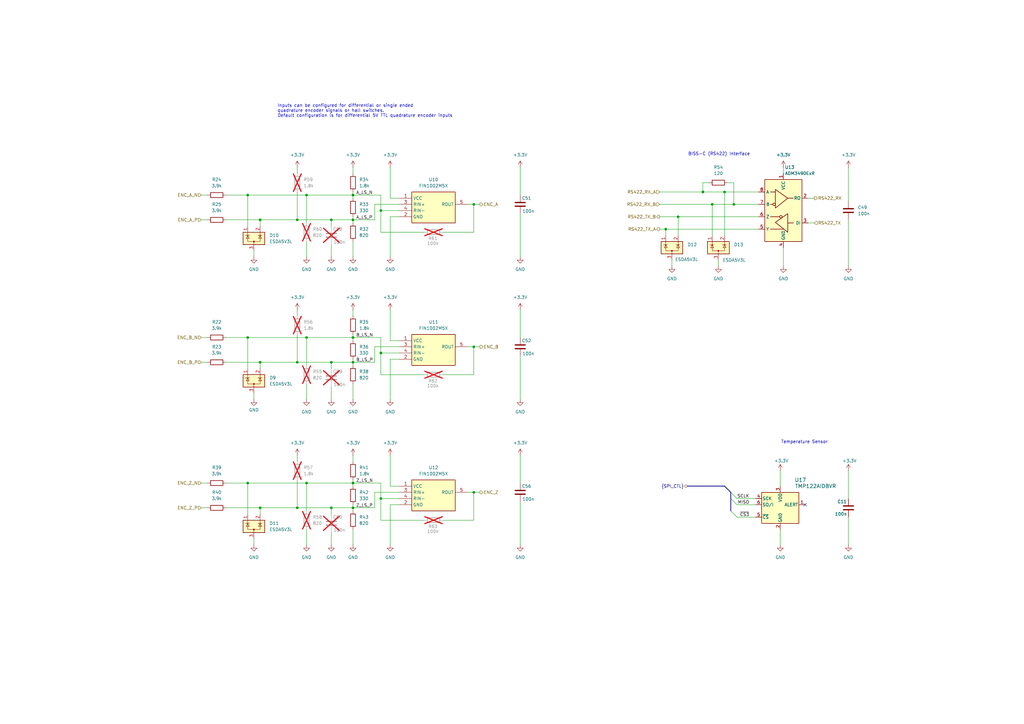
<source format=kicad_sch>
(kicad_sch (version 20250114) (generator "eeschema") (generator_version "9.0")
  (paper "A3")
  (title_block (title "ECMD7 Sensor Inputs") (date "2025-11-12") (rev "1.0"))
  (lib_symbols
    (symbol "Device:C" (pin_numbers (hide yes)) (pin_names (offset 0.254))
      (property "Reference" "C" (at 0.635 2.54 0))
      (property "Value" "C" (at 0.635 -2.54 0))
      (symbol "C_0_1"
        (polyline (pts (xy -2.032 0.762) (xy 2.032 0.762)) (stroke (width 0.508)))
        (polyline (pts (xy -2.032 -0.762) (xy 2.032 -0.762)) (stroke (width 0.508)))
      )
      (symbol "C_1_1"
        (pin passive line (at 0 3.81 270) (length 2.794) (name "~") (number "1"))
        (pin passive line (at 0 -3.81 90) (length 2.794) (name "~") (number "2"))
      )
    )
    (symbol "Device:R" (pin_numbers (hide yes)) (pin_names (offset 0))
      (property "Reference" "R" (at 2.032 0 90))
      (property "Value" "R" (at 0 0 90))
      (symbol "R_0_1"
        (rectangle (start -1.016 -2.54) (end 1.016 2.54) (stroke (width 0.254)))
      )
      (symbol "R_1_1"
        (pin passive line (at 0 3.81 270) (length 1.27) (name "~") (number "1"))
        (pin passive line (at 0 -3.81 90) (length 1.27) (name "~") (number "2"))
      )
    )
    (symbol "Interface_UART:ADM3490ExR"
      (property "Reference" "U" (at -7.62 13.97 0))
      (property "Value" "ADM3490ExR" (at 7.62 13.97 0))
      (symbol "ADM3490ExR_0_1"
        (rectangle (start -7.62 12.7) (end 7.62 -12.7) (stroke (width 0.254)) (fill (type background)))
        (polyline (pts (xy -1.778 5.08) (xy -4.064 5.08)) (stroke (width 0.254)))
        (polyline (pts (xy -1.778 -5.08) (xy -4.064 -5.08)) (stroke (width 0.254)))
        (polyline (pts (xy -1.778 -5.08) (xy -1.778 -1.27) (xy 3.302 -4.826) (xy -1.778 -8.89) (xy -1.778 -5.08)) (stroke (width 0.254)))
        (polyline (pts (xy 0 -7.62) (xy 5.334 -7.62)) (stroke (width 0.254)))
        (circle (center 1.016 -2.54) (radius 0.508) (stroke (width 0.254)))
        (polyline (pts (xy 1.524 -2.54) (xy 5.334 -2.54)) (stroke (width 0.254)))
        (polyline (pts (xy 3.302 7.62) (xy 5.334 7.62)) (stroke (width 0.254)))
        (polyline (pts (xy 4.318 2.54) (xy 5.334 2.54)) (stroke (width 0.254)))
      )
      (symbol "ADM3490ExR_1_1"
        (polyline (pts (xy 3.302 4.826) (xy 3.302 8.636) (xy -1.778 5.08) (xy 3.302 1.016) (xy 3.302 4.826)) (stroke (width 0.254)))
        (circle (center 3.81 2.54) (radius 0.508) (stroke (width 0.254)))
        (pin output line (at -10.16 5.08 0) (length 2.54) (name "RO") (number "2"))
        (pin input line (at -10.16 -5.08 0) (length 2.54) (name "DI") (number "3"))
        (pin power_in line (at 0 15.24 270) (length 2.54) (name "VCC") (number "1"))
        (pin power_in line (at 0 -15.24 90) (length 2.54) (name "GND") (number "4"))
        (pin input line (at 10.16 7.62 180) (length 2.54) (name "A") (number "8"))
        (pin input line (at 10.16 2.54 180) (length 2.54) (name "B") (number "7"))
        (pin output line (at 10.16 -2.54 180) (length 2.54) (name "Z") (number "6"))
        (pin output line (at 10.16 -7.62 180) (length 2.54) (name "Y") (number "5"))
      )
    )
    (symbol "Power_Protection:ESDA5V3L" (pin_names (hide yes))
      (property "Reference" "D" (at 5.715 2.54 0))
      (property "Value" "ESDA5V3L" (at 5.715 0.635 0))
      (symbol "ESDA5V3L_0_0"
        (pin passive line (at 0 -5.08 90) (length 2.54) (name "A") (number "3"))
      )
      (symbol "ESDA5V3L_0_1"
        (rectangle (start -4.445 2.54) (end 4.445 -2.54) (stroke (width 0.254)) (fill (type background)))
        (polyline (pts (xy -3.302 1.016) (xy -3.302 1.27) (xy -1.905 1.27) (xy -1.778 1.27)))
        (polyline (pts (xy -2.54 2.54) (xy -2.54 1.27)))
        (polyline (pts (xy -2.54 1.27) (xy -2.54 -1.27) (xy 2.54 -1.27) (xy 2.54 1.27)))
        (polyline (pts (xy -2.54 1.27) (xy -1.905 0) (xy -3.175 0) (xy -2.54 1.27)))
        (polyline (pts (xy 0 -1.27) (xy 0 -2.54)))
        (circle (center 0 -1.27) (radius 0.254) (fill (type outline)))
        (polyline (pts (xy 1.778 1.016) (xy 1.778 1.27) (xy 3.175 1.27) (xy 3.302 1.27)))
        (polyline (pts (xy 2.54 2.54) (xy 2.54 1.27)))
        (polyline (pts (xy 2.54 1.27) (xy 1.905 0) (xy 3.175 0) (xy 2.54 1.27)))
      )
      (symbol "ESDA5V3L_1_1"
        (pin passive line (at -2.54 5.08 270) (length 2.54) (name "K") (number "1"))
        (pin passive line (at 2.54 5.08 270) (length 2.54) (name "K") (number "2"))
      )
    )
    (symbol "SSTA:FIN1002M5X"
      (property "Reference" "U" (at 4.826 4.318 0))
      (property "Value" "FIN1002M5X" (at 5.08 -10.922 0))
      (symbol "FIN1002M5X_1_1"
        (rectangle (start 5.08 2.54) (end 22.86 -10.16) (stroke (width 0.254)) (fill (type background)))
        (pin passive line (at 0 0 0) (length 5.08) (name "VCC") (number "1"))
        (pin passive line (at 0 -2.54 0) (length 5.08) (name "RIN+") (number "3"))
        (pin passive line (at 0 -5.08 0) (length 5.08) (name "RIN-") (number "4"))
        (pin passive line (at 0 -7.62 0) (length 5.08) (name "GND") (number "2"))
        (pin passive line (at 27.94 -2.54 180) (length 5.08) (name "ROUT") (number "5"))
      )
    )
    (symbol "SSTA:TMP122AIDBVR" (pin_names (offset 0.254))
      (property "Reference" "U" (at 12.192 6.604 0))
      (property "Value" "TMP122AIDBVR" (at 12.192 4.318 0))
      (symbol "TMP122AIDBVR_0_1"
        (pin unspecified line (at 0 0 0) (length 2.54) (name "SCK") (number "4"))
        (pin unspecified line (at 0 -2.54 0) (length 2.54) (name "SO/I") (number "6"))
        (pin power_in line (at 10.16 -12.7 90) (length 2.54) (name "GND") (number "2"))
        (pin unspecified line (at 20.32 -2.54 180) (length 2.54) (name "ALERT") (number "1"))
      )
      (symbol "TMP122AIDBVR_1_1"
        (rectangle (start 2.54 2.54) (end 17.78 -10.16) (stroke (width 0.254)) (fill (type background)))
        (pin unspecified line (at 0 -7.62 0) (length 2.54) (name "~{CS}") (number "5"))
        (pin power_in line (at 10.16 5.08 270) (length 2.54) (name "VDD") (number "3"))
      )
    )
    (symbol "power:+3.3V" (power) (pin_numbers (hide yes)) (pin_names (offset 0) (hide yes))
      (property "Value" "+3.3V" (at 0 3.556 0))
      (symbol "+3.3V_0_1"
        (polyline (pts (xy -0.762 1.27) (xy 0 2.54)))
        (polyline (pts (xy 0 2.54) (xy 0.762 1.27)))
        (polyline (pts (xy 0 0) (xy 0 2.54)))
      )
      (symbol "+3.3V_1_1"
        (pin power_in line (at 0 0 90) (length 0) (name "~") (number "1"))
      )
    )
    (symbol "power:GND" (power) (pin_numbers (hide yes)) (pin_names (offset 0) (hide yes))
      (property "Value" "GND" (at 0 -3.81 0))
      (symbol "GND_0_1"
        (polyline (pts (xy 0 0) (xy 0 -1.27) (xy 1.27 -1.27) (xy 0 -2.54) (xy -1.27 -1.27) (xy 0 -1.27)))
      )
      (symbol "GND_1_1"
        (pin power_in line (at 0 0 270) (length 0) (name "~") (number "1"))
      )
    )
  )
  (text "Temperature Sensor" (at 329.946 181.356 0) (effects (font (size 1.27 1.27))))
  (text "Inputs can be configured for differential or single ended\nquadrature encoder signals or hall switches.\nDefault configuration is for differential 5V TTL quadrature encoder inputs" (at 113.792 45.466 0) (effects (font (size 1.27 1.27)) (justify left)))
  (text "BISS-C (RS422) Interface" (at 282.194 63.246 0) (effects (font (size 1.27 1.27)) (justify left)))
  (junction (at 156.21 204.47))
  (junction (at 144.78 138.43))
  (junction (at 288.29 78.74))
  (junction (at 144.78 148.59))
  (junction (at 273.05 93.98))
  (junction (at 125.73 198.12))
  (junction (at 194.31 83.82))
  (junction (at 194.31 201.93))
  (junction (at 156.21 86.36))
  (junction (at 144.78 208.28))
  (junction (at 106.68 90.17))
  (junction (at 297.18 78.74))
  (junction (at 278.13 88.9))
  (junction (at 135.89 90.17))
  (junction (at 156.21 144.78))
  (junction (at 106.68 208.28))
  (junction (at 292.1 83.82))
  (junction (at 125.73 80.01))
  (junction (at 106.68 148.59))
  (junction (at 300.99 83.82))
  (junction (at 135.89 148.59))
  (junction (at 121.92 90.17))
  (junction (at 194.31 142.24))
  (junction (at 101.6 80.01))
  (junction (at 144.78 80.01))
  (junction (at 121.92 208.28))
  (junction (at 101.6 198.12))
  (junction (at 144.78 90.17))
  (junction (at 125.73 138.43))
  (junction (at 135.89 208.28))
  (junction (at 101.6 138.43))
  (junction (at 144.78 198.12))
  (junction (at 121.92 148.59))
  (no_connect (at 330.2 207.01))
  (bus_entry (at 299.72 204.47) (size 2.54 2.54))
  (bus_entry (at 299.72 201.93) (size 2.54 2.54))
  (bus_entry (at 299.72 209.55) (size 2.54 2.54))
  (wire (pts (xy 101.6 138.43) (xy 125.73 138.43)))
  (wire (pts (xy 163.83 88.9) (xy 160.02 88.9)))
  (wire (pts (xy 194.31 142.24) (xy 191.77 142.24)))
  (bus (pts (xy 299.72 201.93) (xy 297.18 199.39)))
  (wire (pts (xy 302.26 204.47) (xy 309.88 204.47)))
  (wire (pts (xy 82.55 138.43) (xy 85.09 138.43)))
  (wire (pts (xy 92.71 198.12) (xy 101.6 198.12)))
  (wire (pts (xy 331.47 91.44) (xy 334.01 91.44)))
  (wire (pts (xy 144.78 198.12) (xy 144.78 199.39)))
  (wire (pts (xy 144.78 138.43) (xy 144.78 139.7)))
  (wire (pts (xy 298.45 74.93) (xy 300.99 74.93)))
  (wire (pts (xy 144.78 80.01) (xy 144.78 81.28)))
  (wire (pts (xy 156.21 86.36) (xy 156.21 80.01)))
  (wire (pts (xy 153.67 142.24) (xy 153.67 148.59)))
  (wire (pts (xy 163.83 83.82) (xy 153.67 83.82)))
  (wire (pts (xy 144.78 90.17) (xy 144.78 91.44)))
  (wire (pts (xy 156.21 213.36) (xy 156.21 204.47)))
  (wire (pts (xy 302.26 207.01) (xy 309.88 207.01)))
  (wire (pts (xy 194.31 153.67) (xy 194.31 142.24)))
  (wire (pts (xy 144.78 68.58) (xy 144.78 71.12)))
  (wire (pts (xy 163.83 207.01) (xy 160.02 207.01)))
  (wire (pts (xy 144.78 217.17) (xy 144.78 223.52)))
  (wire (pts (xy 106.68 90.17) (xy 121.92 90.17)))
  (wire (pts (xy 173.99 213.36) (xy 156.21 213.36)))
  (wire (pts (xy 160.02 186.69) (xy 160.02 199.39)))
  (wire (pts (xy 125.73 217.17) (xy 125.73 223.52)))
  (wire (pts (xy 196.85 201.93) (xy 194.31 201.93)))
  (wire (pts (xy 290.83 74.93) (xy 288.29 74.93)))
  (wire (pts (xy 297.18 78.74) (xy 311.15 78.74)))
  (wire (pts (xy 121.92 127) (xy 121.92 129.54)))
  (wire (pts (xy 101.6 138.43) (xy 101.6 151.13)))
  (wire (pts (xy 163.83 81.28) (xy 160.02 81.28)))
  (wire (pts (xy 160.02 127) (xy 160.02 139.7)))
  (wire (pts (xy 125.73 198.12) (xy 144.78 198.12)))
  (wire (pts (xy 144.78 198.12) (xy 156.21 198.12)))
  (wire (pts (xy 92.71 90.17) (xy 106.68 90.17)))
  (wire (pts (xy 92.71 138.43) (xy 101.6 138.43)))
  (wire (pts (xy 196.85 83.82) (xy 194.31 83.82)))
  (wire (pts (xy 144.78 148.59) (xy 144.78 149.86)))
  (wire (pts (xy 125.73 138.43) (xy 144.78 138.43)))
  (bus (pts (xy 299.72 204.47) (xy 299.72 209.55)))
  (wire (pts (xy 101.6 80.01) (xy 125.73 80.01)))
  (wire (pts (xy 292.1 83.82) (xy 292.1 96.52)))
  (wire (pts (xy 144.78 207.01) (xy 144.78 208.28)))
  (wire (pts (xy 320.04 193.04) (xy 320.04 199.39)))
  (wire (pts (xy 213.36 186.69) (xy 213.36 198.12)))
  (wire (pts (xy 297.18 78.74) (xy 297.18 96.52)))
  (wire (pts (xy 144.78 80.01) (xy 156.21 80.01)))
  (wire (pts (xy 135.89 218.44) (xy 135.89 223.52)))
  (wire (pts (xy 331.47 81.28) (xy 334.01 81.28)))
  (wire (pts (xy 144.78 99.06) (xy 144.78 105.41)))
  (wire (pts (xy 106.68 148.59) (xy 121.92 148.59)))
  (wire (pts (xy 213.36 127) (xy 213.36 138.43)))
  (wire (pts (xy 191.77 201.93) (xy 194.31 201.93)))
  (wire (pts (xy 92.71 80.01) (xy 101.6 80.01)))
  (wire (pts (xy 125.73 99.06) (xy 125.73 105.41)))
  (wire (pts (xy 104.14 102.87) (xy 104.14 105.41)))
  (wire (pts (xy 213.36 205.74) (xy 213.36 223.52)))
  (wire (pts (xy 160.02 147.32) (xy 160.02 163.83)))
  (wire (pts (xy 163.83 142.24) (xy 153.67 142.24)))
  (wire (pts (xy 288.29 78.74) (xy 297.18 78.74)))
  (wire (pts (xy 278.13 88.9) (xy 278.13 96.52)))
  (wire (pts (xy 144.78 78.74) (xy 144.78 80.01)))
  (wire (pts (xy 121.92 208.28) (xy 135.89 208.28)))
  (wire (pts (xy 101.6 80.01) (xy 101.6 92.71)))
  (wire (pts (xy 144.78 186.69) (xy 144.78 189.23)))
  (wire (pts (xy 213.36 87.63) (xy 213.36 105.41)))
  (wire (pts (xy 173.99 153.67) (xy 156.21 153.67)))
  (wire (pts (xy 194.31 201.93) (xy 194.31 213.36)))
  (wire (pts (xy 153.67 201.93) (xy 153.67 208.28)))
  (wire (pts (xy 121.92 186.69) (xy 121.92 189.23)))
  (wire (pts (xy 273.05 93.98) (xy 273.05 96.52)))
  (wire (pts (xy 278.13 88.9) (xy 311.15 88.9)))
  (wire (pts (xy 121.92 137.16) (xy 121.92 148.59)))
  (wire (pts (xy 106.68 208.28) (xy 121.92 208.28)))
  (wire (pts (xy 300.99 83.82) (xy 311.15 83.82)))
  (wire (pts (xy 160.02 68.58) (xy 160.02 81.28)))
  (wire (pts (xy 181.61 153.67) (xy 194.31 153.67)))
  (wire (pts (xy 135.89 90.17) (xy 135.89 92.71)))
  (wire (pts (xy 82.55 148.59) (xy 85.09 148.59)))
  (wire (pts (xy 163.83 86.36) (xy 156.21 86.36)))
  (wire (pts (xy 121.92 90.17) (xy 135.89 90.17)))
  (wire (pts (xy 300.99 74.93) (xy 300.99 83.82)))
  (wire (pts (xy 135.89 158.75) (xy 135.89 163.83)))
  (wire (pts (xy 153.67 83.82) (xy 153.67 90.17)))
  (wire (pts (xy 156.21 144.78) (xy 156.21 138.43)))
  (wire (pts (xy 270.51 78.74) (xy 288.29 78.74)))
  (wire (pts (xy 347.98 212.09) (xy 347.98 223.52)))
  (wire (pts (xy 194.31 83.82) (xy 191.77 83.82)))
  (wire (pts (xy 163.83 199.39) (xy 160.02 199.39)))
  (wire (pts (xy 101.6 198.12) (xy 101.6 210.82)))
  (wire (pts (xy 125.73 198.12) (xy 125.73 209.55)))
  (wire (pts (xy 294.64 106.68) (xy 294.64 109.22)))
  (wire (pts (xy 156.21 95.25) (xy 156.21 86.36)))
  (wire (pts (xy 347.98 90.17) (xy 347.98 109.22)))
  (wire (pts (xy 144.78 127) (xy 144.78 129.54)))
  (wire (pts (xy 82.55 208.28) (xy 85.09 208.28)))
  (wire (pts (xy 82.55 198.12) (xy 85.09 198.12)))
  (wire (pts (xy 181.61 95.25) (xy 194.31 95.25)))
  (wire (pts (xy 320.04 217.17) (xy 320.04 223.52)))
  (wire (pts (xy 144.78 147.32) (xy 144.78 148.59)))
  (wire (pts (xy 121.92 78.74) (xy 121.92 90.17)))
  (wire (pts (xy 82.55 90.17) (xy 85.09 90.17)))
  (wire (pts (xy 106.68 151.13) (xy 106.68 148.59)))
  (wire (pts (xy 144.78 157.48) (xy 144.78 163.83)))
  (wire (pts (xy 153.67 208.28) (xy 144.78 208.28)))
  (wire (pts (xy 163.83 139.7) (xy 160.02 139.7)))
  (wire (pts (xy 104.14 161.29) (xy 104.14 163.83)))
  (wire (pts (xy 106.68 92.71) (xy 106.68 90.17)))
  (wire (pts (xy 163.83 147.32) (xy 160.02 147.32)))
  (wire (pts (xy 153.67 148.59) (xy 144.78 148.59)))
  (wire (pts (xy 347.98 68.58) (xy 347.98 82.55)))
  (wire (pts (xy 125.73 80.01) (xy 125.73 91.44)))
  (wire (pts (xy 125.73 80.01) (xy 144.78 80.01)))
  (wire (pts (xy 125.73 157.48) (xy 125.73 163.83)))
  (wire (pts (xy 270.51 93.98) (xy 273.05 93.98)))
  (wire (pts (xy 292.1 83.82) (xy 300.99 83.82)))
  (wire (pts (xy 302.26 212.09) (xy 309.88 212.09)))
  (wire (pts (xy 135.89 148.59) (xy 135.89 151.13)))
  (wire (pts (xy 347.98 193.04) (xy 347.98 204.47)))
  (wire (pts (xy 213.36 68.58) (xy 213.36 80.01)))
  (wire (pts (xy 321.31 101.6) (xy 321.31 109.22)))
  (wire (pts (xy 156.21 153.67) (xy 156.21 144.78)))
  (wire (pts (xy 273.05 93.98) (xy 311.15 93.98)))
  (wire (pts (xy 92.71 148.59) (xy 106.68 148.59)))
  (wire (pts (xy 163.83 144.78) (xy 156.21 144.78)))
  (wire (pts (xy 288.29 74.93) (xy 288.29 78.74)))
  (wire (pts (xy 135.89 90.17) (xy 144.78 90.17)))
  (wire (pts (xy 213.36 146.05) (xy 213.36 163.83)))
  (wire (pts (xy 144.78 196.85) (xy 144.78 198.12)))
  (wire (pts (xy 125.73 138.43) (xy 125.73 149.86)))
  (wire (pts (xy 163.83 201.93) (xy 153.67 201.93)))
  (wire (pts (xy 194.31 95.25) (xy 194.31 83.82)))
  (wire (pts (xy 270.51 83.82) (xy 292.1 83.82)))
  (bus (pts (xy 281.94 199.39) (xy 297.18 199.39)))
  (wire (pts (xy 321.31 68.58) (xy 321.31 71.12)))
  (wire (pts (xy 160.02 88.9) (xy 160.02 105.41)))
  (wire (pts (xy 106.68 210.82) (xy 106.68 208.28)))
  (wire (pts (xy 135.89 208.28) (xy 144.78 208.28)))
  (wire (pts (xy 135.89 100.33) (xy 135.89 105.41)))
  (wire (pts (xy 173.99 95.25) (xy 156.21 95.25)))
  (wire (pts (xy 144.78 137.16) (xy 144.78 138.43)))
  (wire (pts (xy 135.89 208.28) (xy 135.89 210.82)))
  (wire (pts (xy 104.14 220.98) (xy 104.14 223.52)))
  (wire (pts (xy 121.92 68.58) (xy 121.92 71.12)))
  (wire (pts (xy 144.78 88.9) (xy 144.78 90.17)))
  (wire (pts (xy 82.55 80.01) (xy 85.09 80.01)))
  (wire (pts (xy 121.92 148.59) (xy 135.89 148.59)))
  (wire (pts (xy 135.89 148.59) (xy 144.78 148.59)))
  (wire (pts (xy 163.83 204.47) (xy 156.21 204.47)))
  (wire (pts (xy 160.02 207.01) (xy 160.02 223.52)))
  (wire (pts (xy 270.51 88.9) (xy 278.13 88.9)))
  (wire (pts (xy 156.21 204.47) (xy 156.21 198.12)))
  (wire (pts (xy 144.78 138.43) (xy 156.21 138.43)))
  (wire (pts (xy 153.67 90.17) (xy 144.78 90.17)))
  (wire (pts (xy 275.59 106.68) (xy 275.59 109.22)))
  (bus (pts (xy 299.72 201.93) (xy 299.72 204.47)))
  (wire (pts (xy 181.61 213.36) (xy 194.31 213.36)))
  (wire (pts (xy 196.85 142.24) (xy 194.31 142.24)))
  (wire (pts (xy 92.71 208.28) (xy 106.68 208.28)))
  (wire (pts (xy 144.78 208.28) (xy 144.78 209.55)))
  (wire (pts (xy 101.6 198.12) (xy 125.73 198.12)))
  (wire (pts (xy 121.92 196.85) (xy 121.92 208.28)))
  (label "Z_LS_P" (at 146.05 208.28 0))
  (label "MISO" (at 307.34 207.01 180))
  (label "Z_LS_N" (at 146.05 198.12 0))
  (label "A_LS_P" (at 146.05 90.17 0))
  (label "A_LS_N" (at 146.05 80.01 0))
  (label "SCLK" (at 307.34 204.47 180))
  (label "B_LS_P" (at 146.05 148.59 0))
  (label "~{CS3}" (at 307.34 212.09 180))
  (label "B_LS_N" (at 146.05 138.43 0))
  (hierarchical_label "ENC_B" (shape output) (at 196.85 142.24 0))
  (hierarchical_label "RS422_TX" (shape input) (at 334.01 91.44 0))
  (hierarchical_label "ENC_Z" (shape output) (at 196.85 201.93 0))
  (hierarchical_label "{SPI_CTL}" (shape bidirectional) (at 281.94 199.39 180))
  (hierarchical_label "ENC_Z_P" (shape input) (at 82.55 208.28 180))
  (hierarchical_label "ENC_Z_N" (shape input) (at 82.55 198.12 180))
  (hierarchical_label "ENC_A_N" (shape input) (at 82.55 80.01 180))
  (hierarchical_label "ENC_A_P" (shape input) (at 82.55 90.17 180))
  (hierarchical_label "ENC_B_N" (shape input) (at 82.55 138.43 180))
  (hierarchical_label "ENC_B_P" (shape input) (at 82.55 148.59 180))
  (hierarchical_label "RS422_TX_B" (shape output) (at 270.51 88.9 180))
  (hierarchical_label "RS422_RX_A" (shape input) (at 270.51 78.74 180))
  (hierarchical_label "RS422_RX_B" (shape input) (at 270.51 83.82 180))
  (hierarchical_label "RS422_TX_A" (shape output) (at 270.51 93.98 180))
  (hierarchical_label "RS422_RX" (shape output) (at 334.01 81.28 0))
  (hierarchical_label "ENC_A" (shape output) (at 196.85 83.82 0))
  (symbol (lib_id "power:+3.3V") (at 160.02 68.58 0) (unit 1)
    (property "Reference" "#PWR063" (effects (hide yes)))
    (property "Value" "+3.3V" (at 160.02 63.5 0))
    (property "Description" "Power symbol creates a global label with name \"+3.3V\"" (effects (hide yes)))
  )
  (symbol (lib_id "power:GND") (at 347.98 109.22 0) (mirror y) (unit 1)
    (property "Reference" "#PWR0151" (effects (hide yes)))
    (property "Value" "GND" (at 347.98 114.3 0))
    (property "Description" "Power symbol creates a global label with name \"GND\" , ground" (effects (hide yes)))
  )
  (symbol (lib_id "Device:R") (at 125.73 213.36 0) (unit 1) (exclude_from_sim yes) (dnp yes)
    (property "Reference" "R58" (at 128.27 212.0899 0) (effects (justify left)))
    (property "Value" "820" (at 128.27 214.6299 0) (effects (justify left)))
    (property "Footprint" "Resistor_SMD:R_0805_2012Metric" (effects (hide yes)))
    (property "Description" "Resistor" (effects (hide yes)))
  )
  (symbol (lib_id "Device:R") (at 144.78 85.09 0) (unit 1)
    (property "Reference" "R33" (at 147.32 83.8199 0) (effects (justify left)))
    (property "Value" "330" (at 147.32 86.3599 0) (effects (justify left)))
    (property "Footprint" "Resistor_SMD:R_0805_2012Metric" (effects (hide yes)))
    (property "Description" "Resistor" (effects (hide yes)))
  )
  (symbol (lib_id "power:GND") (at 160.02 223.52 0) (unit 1)
    (property "Reference" "#PWR0101" (effects (hide yes)))
    (property "Value" "GND" (at 160.02 228.6 0))
    (property "Description" "Power symbol creates a global label with name \"GND\" , ground" (effects (hide yes)))
  )
  (symbol (lib_id "power:GND") (at 104.14 163.83 0) (unit 1) (exclude_from_sim yes)
    (property "Reference" "#PWR0173" (effects (hide yes)))
    (property "Value" "GND" (at 104.14 168.148 0))
    (property "Description" "Power symbol creates a global label with name \"GND\" , ground" (effects (hide yes)))
  )
  (symbol (lib_id "power:GND") (at 135.89 105.41 0) (unit 1) (exclude_from_sim yes)
    (property "Reference" "#PWR071" (effects (hide yes)))
    (property "Value" "GND" (at 135.89 110.49 0))
    (property "Description" "Power symbol creates a global label with name \"GND\" , ground" (effects (hide yes)))
  )
  (symbol (lib_id "power:GND") (at 321.31 109.22 0) (mirror y) (unit 1)
    (property "Reference" "#PWR0159" (effects (hide yes)))
    (property "Value" "GND" (at 321.31 114.3 0))
    (property "Description" "Power symbol creates a global label with name \"GND\" , ground" (effects (hide yes)))
  )
  (symbol (lib_id "Device:R") (at 144.78 74.93 0) (unit 1)
    (property "Reference" "R34" (at 147.32 73.6599 0) (effects (justify left)))
    (property "Value" "1.8k" (at 147.32 76.1999 0) (effects (justify left)))
    (property "Footprint" "Resistor_SMD:R_0805_2012Metric" (effects (hide yes)))
    (property "Description" "Resistor" (effects (hide yes)))
  )
  (symbol (lib_id "Device:R") (at 144.78 153.67 0) (unit 1) (exclude_from_sim yes)
    (property "Reference" "R38" (at 147.32 152.3999 0) (effects (justify left)))
    (property "Value" "820" (at 147.32 154.9399 0) (effects (justify left)))
    (property "Footprint" "Resistor_SMD:R_0805_2012Metric" (effects (hide yes)))
    (property "Description" "Resistor" (effects (hide yes)))
  )
  (symbol (lib_id "Device:R") (at 88.9 208.28 90) (unit 1) (exclude_from_sim yes)
    (property "Reference" "R40" (at 88.9 201.93 90))
    (property "Value" "3.9k" (at 88.9 204.47 90))
    (property "Footprint" "Resistor_SMD:R_0805_2012Metric" (effects (hide yes)))
    (property "Description" "Resistor" (effects (hide yes)))
  )
  (symbol (lib_id "power:GND") (at 144.78 105.41 0) (unit 1)
    (property "Reference" "#PWR062" (effects (hide yes)))
    (property "Value" "GND" (at 144.78 110.49 0))
    (property "Description" "Power symbol creates a global label with name \"GND\" , ground" (effects (hide yes)))
  )
  (symbol (lib_id "SSTA:FIN1002M5X") (at 163.83 81.28 0) (unit 1)
    (property "Reference" "U10" (at 177.8 73.66 0))
    (property "Value" "FIN1002M5X" (at 177.8 76.2 0))
    (property "Footprint" "Package_TO_SOT_SMD:SOT-23-5" (effects (hide yes)))
    (property "Datasheet" "https://www.onsemi.com/pub/Collateral/FIN1002-D.pdf" (effects (hide yes)))
    (property "Description" "1-bit LVDS reciever, >400 Mbit/s" (effects (hide yes)))
    (property "Height" "1.45" (effects (hide yes)))
    (property "Mouser Part Number" "512-FIN1002M5X" (effects (hide yes)))
    (property "Mouser Price/Stock" "https://www.mouser.co.uk/ProductDetail/onsemi-Fairchild/FIN1002M5X?qs=kvVQGybKvwAF4DtbNzX2kg%3D%3D" (effects (hide yes)))
    (property "Manufacturer_Name" "onsemi" (effects (hide yes)))
    (property "Manufacturer_Part_Number" "FIN1002M5X" (effects (hide yes)))
  )
  (symbol (lib_id "Device:R") (at 144.78 143.51 0) (unit 1) (exclude_from_sim yes)
    (property "Reference" "R36" (at 147.32 142.2399 0) (effects (justify left)))
    (property "Value" "330" (at 147.32 144.7799 0) (effects (justify left)))
    (property "Footprint" "Resistor_SMD:R_0805_2012Metric" (effects (hide yes)))
    (property "Description" "Resistor" (effects (hide yes)))
  )
  (symbol (lib_id "Device:R") (at 144.78 95.25 0) (unit 1)
    (property "Reference" "R32" (at 147.32 93.9799 0) (effects (justify left)))
    (property "Value" "820" (at 147.32 96.5199 0) (effects (justify left)))
    (property "Footprint" "Resistor_SMD:R_0805_2012Metric" (effects (hide yes)))
    (property "Description" "Resistor" (effects (hide yes)))
  )
  (symbol (lib_id "power:GND") (at 104.14 105.41 0) (unit 1) (exclude_from_sim yes)
    (property "Reference" "#PWR0174" (effects (hide yes)))
    (property "Value" "GND" (at 104.14 110.49 0))
    (property "Description" "Power symbol creates a global label with name \"GND\" , ground" (effects (hide yes)))
  )
  (symbol (lib_id "Device:R") (at 121.92 193.04 0) (unit 1) (exclude_from_sim yes) (dnp yes)
    (property "Reference" "R57" (at 124.46 191.7699 0) (effects (justify left)))
    (property "Value" "1.8k" (at 124.46 194.3099 0) (effects (justify left)))
    (property "Footprint" "Resistor_SMD:R_0805_2012Metric" (effects (hide yes)))
    (property "Description" "Resistor" (effects (hide yes)))
  )
  (symbol (lib_id "power:GND") (at 320.04 223.52 0) (mirror y) (unit 1)
    (property "Reference" "#PWR0102" (effects (hide yes)))
    (property "Value" "GND" (at 320.04 228.6 0))
    (property "Description" "Power symbol creates a global label with name \"GND\" , ground" (effects (hide yes)))
  )
  (symbol (lib_id "Device:R") (at 177.8 95.25 90) (unit 1) (dnp yes)
    (property "Reference" "R61" (at 177.546 97.79 90))
    (property "Value" "100k" (at 177.546 99.822 90))
    (property "Footprint" "Resistor_SMD:R_0805_2012Metric" (effects (hide yes)))
    (property "Description" "Resistor" (effects (hide yes)))
  )
  (symbol (lib_id "power:+3.3V") (at 121.92 68.58 0) (unit 1) (exclude_from_sim yes)
    (property "Reference" "#PWR0169" (effects (hide yes)))
    (property "Value" "+3.3V" (at 121.92 63.5 0))
    (property "Description" "Power symbol creates a global label with name \"+3.3V\"" (effects (hide yes)))
  )
  (symbol (lib_id "Power_Protection:ESDA5V3L") (at 104.14 215.9 0) (unit 1)
    (property "Reference" "D11" (at 110.49 214.6299 0) (effects (justify left)))
    (property "Value" "ESDA5V3L" (at 110.49 217.1699 0) (effects (justify left)))
    (property "Footprint" "Package_TO_SOT_SMD:SOT-23-3" (effects (hide yes)))
    (property "Datasheet" "https://www.st.com/resource/en/datasheet/esdal.pdf" (effects (hide yes)))
    (property "Description" "TVS Diode Array, 5.5V Standoff, 2 Channels, SOT23" (effects (hide yes)))
    (property "Mouser Part Number" "511-ESDA5V3L" (effects (hide yes)))
  )
  (symbol (lib_id "power:+3.3V") (at 121.92 127 0) (unit 1) (exclude_from_sim yes)
    (property "Reference" "#PWR072" (effects (hide yes)))
    (property "Value" "+3.3V" (at 121.92 121.92 0))
    (property "Description" "Power symbol creates a global label with name \"+3.3V\"" (effects (hide yes)))
  )
  (symbol (lib_id "power:GND") (at 135.89 223.52 0) (unit 1) (exclude_from_sim yes)
    (property "Reference" "#PWR0172" (effects (hide yes)))
    (property "Value" "GND" (at 135.89 228.6 0))
    (property "Description" "Power symbol creates a global label with name \"GND\" , ground" (effects (hide yes)))
  )
  (symbol (lib_id "power:+3.3V") (at 347.98 193.04 0) (unit 1)
    (property "Reference" "#PWR018" (effects (hide yes)))
    (property "Value" "+3.3V" (at 345.44 188.976 0) (effects (justify left)))
    (property "Description" "Power symbol creates a global label with name \"+3.3V\"" (effects (hide yes)))
  )
  (symbol (lib_id "Device:R") (at 121.92 74.93 0) (unit 1) (exclude_from_sim yes) (dnp yes)
    (property "Reference" "R59" (at 124.46 73.6599 0) (effects (justify left)))
    (property "Value" "1.8k" (at 124.46 76.1999 0) (effects (justify left)))
    (property "Footprint" "Resistor_SMD:R_0805_2012Metric" (effects (hide yes)))
    (property "Description" "Resistor" (effects (hide yes)))
  )
  (symbol (lib_id "Device:C") (at 347.98 86.36 0) (unit 1)
    (property "Reference" "C49" (at 351.79 85.09 0) (effects (justify left)))
    (property "Value" "100n" (at 351.79 87.63 0) (effects (justify left)))
    (property "Footprint" "Capacitor_SMD:C_0603_1608Metric" (effects (hide yes)))
    (property "Description" "Unpolarized capacitor" (effects (hide yes)))
    (property "Mouser Part Number" "581-06035C104KAT2A" (effects (hide yes)))
  )
  (symbol (lib_id "SSTA:TMP122AIDBVR") (at 309.88 204.47 0) (unit 1)
    (property "Reference" "U17" (at 328.295 196.85 0) (effects (font (size 1.524 1.524))))
    (property "Value" "TMP122AIDBVR" (at 334.518 199.39 0) (effects (font (size 1.524 1.524))))
    (property "Footprint" "SSTA:DBV6" (effects (hide yes)))
    (property "Datasheet" "https://www.ti.com/lit/gpn/tmp122" (effects (hide yes)))
    (property "Description" "SPI Temperature Sensor" (effects (hide yes)))
  )
  (symbol (lib_id "SSTA:FIN1002M5X") (at 163.83 199.39 0) (unit 1)
    (property "Reference" "U12" (at 177.8 191.77 0))
    (property "Value" "FIN1002M5X" (at 177.8 194.31 0))
    (property "Footprint" "Package_TO_SOT_SMD:SOT-23-5" (effects (hide yes)))
    (property "Datasheet" "https://www.onsemi.com/pub/Collateral/FIN1002-D.pdf" (effects (hide yes)))
    (property "Description" "1-bit LVDS reciever, >400 Mbit/s" (effects (hide yes)))
    (property "Height" "1.45" (effects (hide yes)))
    (property "Mouser Part Number" "512-FIN1002M5X" (effects (hide yes)))
    (property "Mouser Price/Stock" "https://www.mouser.co.uk/ProductDetail/onsemi-Fairchild/FIN1002M5X?qs=kvVQGybKvwAF4DtbNzX2kg%3D%3D" (effects (hide yes)))
    (property "Manufacturer_Name" "onsemi" (effects (hide yes)))
    (property "Manufacturer_Part_Number" "FIN1002M5X" (effects (hide yes)))
  )
  (symbol (lib_id "Device:R") (at 88.9 90.17 90) (unit 1) (exclude_from_sim yes)
    (property "Reference" "R25" (at 88.9 83.82 90))
    (property "Value" "3.9k" (at 88.9 86.36 90))
    (property "Footprint" "Resistor_SMD:R_0805_2012Metric" (effects (hide yes)))
    (property "Description" "Resistor" (effects (hide yes)))
  )
  (symbol (lib_id "power:GND") (at 144.78 163.83 0) (unit 1) (exclude_from_sim yes)
    (property "Reference" "#PWR090" (effects (hide yes)))
    (property "Value" "GND" (at 144.78 168.91 0))
    (property "Description" "Power symbol creates a global label with name \"GND\" , ground" (effects (hide yes)))
  )
  (symbol (lib_id "Device:R") (at 144.78 133.35 0) (unit 1) (exclude_from_sim yes)
    (property "Reference" "R35" (at 147.32 132.0799 0) (effects (justify left)))
    (property "Value" "1.8k" (at 147.32 134.6199 0) (effects (justify left)))
    (property "Footprint" "Resistor_SMD:R_0805_2012Metric" (effects (hide yes)))
    (property "Description" "Resistor" (effects (hide yes)))
  )
  (symbol (lib_id "Device:C") (at 347.98 208.28 0) (unit 1) (exclude_from_sim yes)
    (property "Reference" "C11" (at 343.408 205.74 0) (effects (justify left)))
    (property "Value" "100n" (at 342.392 210.82 0) (effects (justify left)))
    (property "Footprint" "Capacitor_SMD:C_0805_2012Metric" (effects (hide yes)))
    (property "Description" "Unpolarized capacitor" (effects (hide yes)))
  )
  (symbol (lib_id "power:GND") (at 213.36 105.41 0) (mirror y) (unit 1) (exclude_from_sim yes)
    (property "Reference" "#PWR0153" (effects (hide yes)))
    (property "Value" "GND" (at 213.36 110.49 0))
    (property "Description" "Power symbol creates a global label with name \"GND\" , ground" (effects (hide yes)))
  )
  (symbol (lib_id "Device:R") (at 177.8 153.67 90) (unit 1) (dnp yes)
    (property "Reference" "R62" (at 177.546 156.21 90))
    (property "Value" "100k" (at 177.546 158.242 90))
    (property "Footprint" "Resistor_SMD:R_0805_2012Metric" (effects (hide yes)))
    (property "Description" "Resistor" (effects (hide yes)))
  )
  (symbol (lib_id "power:+3.3V") (at 144.78 68.58 0) (unit 1)
    (property "Reference" "#PWR057" (effects (hide yes)))
    (property "Value" "+3.3V" (at 144.78 63.5 0))
    (property "Description" "Power symbol creates a global label with name \"+3.3V\"" (effects (hide yes)))
  )
  (symbol (lib_id "power:+3.3V") (at 144.78 186.69 0) (unit 1)
    (property "Reference" "#PWR0100" (effects (hide yes)))
    (property "Value" "+3.3V" (at 144.78 181.61 0))
    (property "Description" "Power symbol creates a global label with name \"+3.3V\"" (effects (hide yes)))
  )
  (symbol (lib_id "Device:C") (at 213.36 201.93 0) (mirror y) (unit 1) (exclude_from_sim yes)
    (property "Reference" "C56" (at 217.932 199.39 0) (effects (justify left)))
    (property "Value" "100n" (at 219.202 204.724 0) (effects (justify left)))
    (property "Footprint" "Capacitor_SMD:C_0805_2012Metric" (effects (hide yes)))
    (property "Description" "Unpolarized capacitor" (effects (hide yes)))
  )
  (symbol (lib_id "Power_Protection:ESDA5V3L") (at 294.64 101.6 0) (unit 1)
    (property "Reference" "D13" (at 300.99 100.3299 0) (effects (justify left)))
    (property "Value" "ESDA5V3L" (at 296.418 106.68 0) (effects (justify left)))
    (property "Footprint" "Package_TO_SOT_SMD:SOT-23-3" (effects (hide yes)))
    (property "Datasheet" "https://www.st.com/resource/en/datasheet/esdal.pdf" (effects (hide yes)))
    (property "Description" "TVS Diode Array, 5.5V Standoff, 2 Channels, SOT23" (effects (hide yes)))
    (property "Mouser Part Number" "511-ESDA5V3L" (effects (hide yes)))
  )
  (symbol (lib_id "power:GND") (at 213.36 163.83 0) (mirror y) (unit 1) (exclude_from_sim yes)
    (property "Reference" "#PWR0155" (effects (hide yes)))
    (property "Value" "GND" (at 213.36 168.91 0))
    (property "Description" "Power symbol creates a global label with name \"GND\" , ground" (effects (hide yes)))
  )
  (symbol (lib_id "Device:R") (at 144.78 193.04 0) (unit 1) (exclude_from_sim yes)
    (property "Reference" "R41" (at 147.32 191.7699 0) (effects (justify left)))
    (property "Value" "1.8k" (at 147.32 194.3099 0) (effects (justify left)))
    (property "Footprint" "Resistor_SMD:R_0805_2012Metric" (effects (hide yes)))
    (property "Description" "Resistor" (effects (hide yes)))
  )
  (symbol (lib_id "power:+3.3V") (at 320.04 193.04 0) (unit 1)
    (property "Reference" "#PWR085" (effects (hide yes)))
    (property "Value" "+3.3V" (at 317.5 188.976 0) (effects (justify left)))
    (property "Description" "Power symbol creates a global label with name \"+3.3V\"" (effects (hide yes)))
  )
  (symbol (lib_id "power:GND") (at 213.36 223.52 0) (mirror y) (unit 1) (exclude_from_sim yes)
    (property "Reference" "#PWR0157" (effects (hide yes)))
    (property "Value" "GND" (at 213.36 228.6 0))
    (property "Description" "Power symbol creates a global label with name \"GND\" , ground" (effects (hide yes)))
  )
  (symbol (lib_id "Device:C") (at 135.89 96.52 0) (mirror y) (unit 1) (exclude_from_sim yes) (dnp yes)
    (property "Reference" "C58" (at 140.462 93.98 0) (effects (justify left)))
    (property "Value" "100n" (at 141.732 99.314 0) (effects (justify left)))
    (property "Footprint" "Capacitor_SMD:C_0805_2012Metric" (effects (hide yes)))
    (property "Description" "Unpolarized capacitor" (effects (hide yes)))
  )
  (symbol (lib_id "SSTA:FIN1002M5X") (at 163.83 139.7 0) (unit 1)
    (property "Reference" "U11" (at 177.8 132.08 0))
    (property "Value" "FIN1002M5X" (at 177.8 134.62 0))
    (property "Footprint" "Package_TO_SOT_SMD:SOT-23-5" (effects (hide yes)))
    (property "Datasheet" "https://www.onsemi.com/pub/Collateral/FIN1002-D.pdf" (effects (hide yes)))
    (property "Description" "1-bit LVDS reciever, >400 Mbit/s" (effects (hide yes)))
    (property "Height" "1.45" (effects (hide yes)))
    (property "Mouser Part Number" "512-FIN1002M5X" (effects (hide yes)))
    (property "Mouser Price/Stock" "https://www.mouser.co.uk/ProductDetail/onsemi-Fairchild/FIN1002M5X?qs=kvVQGybKvwAF4DtbNzX2kg%3D%3D" (effects (hide yes)))
    (property "Manufacturer_Name" "onsemi" (effects (hide yes)))
    (property "Manufacturer_Part_Number" "FIN1002M5X" (effects (hide yes)))
  )
  (symbol (lib_id "Device:R") (at 121.92 133.35 0) (unit 1) (exclude_from_sim yes) (dnp yes)
    (property "Reference" "R56" (at 124.46 132.0799 0) (effects (justify left)))
    (property "Value" "1.8k" (at 124.46 134.6199 0) (effects (justify left)))
    (property "Footprint" "Resistor_SMD:R_0805_2012Metric" (effects (hide yes)))
    (property "Description" "Resistor" (effects (hide yes)))
  )
  (symbol (lib_id "Interface_UART:ADM3490ExR") (at 321.31 86.36 0) (mirror y) (unit 1)
    (property "Reference" "U13" (at 321.8941 68.58 0) (effects (justify right)))
    (property "Value" "ADM3490ExR" (at 321.8941 71.12 0) (effects (justify right)))
    (property "Footprint" "Package_SO:SOIC-8_3.9x4.9mm_P1.27mm" (effects (hide yes)))
    (property "Datasheet" "https://www.analog.com/media/en/technical-documentation/data-sheets/ADM3483E_3486E_3488E_3490E_3491E.pdf" (effects (hide yes)))
    (property "Description" "RS-485, RS-422 full duplex 12 Mbps transceiver, SOIC-8" (effects (hide yes)))
    (property "Mouser Part Number" "584-ADM3490EARZ" (effects (hide yes)))
  )
  (symbol (lib_id "Device:R") (at 125.73 153.67 0) (unit 1) (exclude_from_sim yes) (dnp yes)
    (property "Reference" "R55" (at 128.27 152.3999 0) (effects (justify left)))
    (property "Value" "820" (at 128.27 154.9399 0) (effects (justify left)))
    (property "Footprint" "Resistor_SMD:R_0805_2012Metric" (effects (hide yes)))
    (property "Description" "Resistor" (effects (hide yes)))
  )
  (symbol (lib_id "power:+3.3V") (at 160.02 186.69 0) (unit 1)
    (property "Reference" "#PWR0167" (effects (hide yes)))
    (property "Value" "+3.3V" (at 160.02 181.61 0))
    (property "Description" "Power symbol creates a global label with name \"+3.3V\"" (effects (hide yes)))
  )
  (symbol (lib_id "power:GND") (at 135.89 163.83 0) (unit 1) (exclude_from_sim yes)
    (property "Reference" "#PWR0171" (effects (hide yes)))
    (property "Value" "GND" (at 135.89 168.91 0))
    (property "Description" "Power symbol creates a global label with name \"GND\" , ground" (effects (hide yes)))
  )
  (symbol (lib_id "Power_Protection:ESDA5V3L") (at 104.14 97.79 0) (unit 1)
    (property "Reference" "D10" (at 110.49 96.5199 0) (effects (justify left)))
    (property "Value" "ESDA5V3L" (at 110.49 99.0599 0) (effects (justify left)))
    (property "Footprint" "Package_TO_SOT_SMD:SOT-23-3" (effects (hide yes)))
    (property "Datasheet" "https://www.st.com/resource/en/datasheet/esdal.pdf" (effects (hide yes)))
    (property "Description" "TVS Diode Array, 5.5V Standoff, 2 Channels, SOT23" (effects (hide yes)))
    (property "Mouser Part Number" "511-ESDA5V3L" (effects (hide yes)))
  )
  (symbol (lib_id "power:+3.3V") (at 213.36 127 0) (unit 1)
    (property "Reference" "#PWR0154" (effects (hide yes)))
    (property "Value" "+3.3V" (at 213.36 121.92 0))
    (property "Description" "Power symbol creates a global label with name \"+3.3V\"" (effects (hide yes)))
  )
  (symbol (lib_id "power:GND") (at 160.02 105.41 0) (unit 1)
    (property "Reference" "#PWR064" (effects (hide yes)))
    (property "Value" "GND" (at 160.02 110.49 0))
    (property "Description" "Power symbol creates a global label with name \"GND\" , ground" (effects (hide yes)))
  )
  (symbol (lib_id "Device:R") (at 125.73 95.25 0) (unit 1) (exclude_from_sim yes) (dnp yes)
    (property "Reference" "R60" (at 128.27 93.9799 0) (effects (justify left)))
    (property "Value" "820" (at 128.27 96.5199 0) (effects (justify left)))
    (property "Footprint" "Resistor_SMD:R_0805_2012Metric" (effects (hide yes)))
    (property "Description" "Resistor" (effects (hide yes)))
  )
  (symbol (lib_id "Power_Protection:ESDA5V3L") (at 104.14 156.21 0) (unit 1)
    (property "Reference" "D9" (at 110.49 154.9399 0) (effects (justify left)))
    (property "Value" "ESDA5V3L" (at 110.49 157.4799 0) (effects (justify left)))
    (property "Footprint" "Package_TO_SOT_SMD:SOT-23-3" (effects (hide yes)))
    (property "Datasheet" "https://www.st.com/resource/en/datasheet/esdal.pdf" (effects (hide yes)))
    (property "Description" "TVS Diode Array, 5.5V Standoff, 2 Channels, SOT23" (effects (hide yes)))
    (property "Mouser Part Number" "511-ESDA5V3L" (effects (hide yes)))
  )
  (symbol (lib_id "Device:R") (at 88.9 148.59 90) (unit 1)
    (property "Reference" "R23" (at 88.9 142.24 90))
    (property "Value" "3.9k" (at 88.9 144.78 90))
    (property "Footprint" "Resistor_SMD:R_0805_2012Metric" (effects (hide yes)))
    (property "Description" "Resistor" (effects (hide yes)))
  )
  (symbol (lib_id "power:GND") (at 125.73 223.52 0) (unit 1) (exclude_from_sim yes)
    (property "Reference" "#PWR0168" (effects (hide yes)))
    (property "Value" "GND" (at 125.73 228.6 0))
    (property "Description" "Power symbol creates a global label with name \"GND\" , ground" (effects (hide yes)))
  )
  (symbol (lib_id "Device:C") (at 213.36 142.24 0) (mirror y) (unit 1) (exclude_from_sim yes)
    (property "Reference" "C52" (at 217.932 139.7 0) (effects (justify left)))
    (property "Value" "100n" (at 219.202 145.034 0) (effects (justify left)))
    (property "Footprint" "Capacitor_SMD:C_0805_2012Metric" (effects (hide yes)))
    (property "Description" "Unpolarized capacitor" (effects (hide yes)))
  )
  (symbol (lib_id "Device:R") (at 144.78 203.2 0) (unit 1) (exclude_from_sim yes)
    (property "Reference" "R42" (at 147.32 201.9299 0) (effects (justify left)))
    (property "Value" "330" (at 147.32 204.4699 0) (effects (justify left)))
    (property "Footprint" "Resistor_SMD:R_0805_2012Metric" (effects (hide yes)))
    (property "Description" "Resistor" (effects (hide yes)))
  )
  (symbol (lib_id "Power_Protection:ESDA5V3L") (at 275.59 101.6 0) (unit 1)
    (property "Reference" "D12" (at 281.94 100.3299 0) (effects (justify left)))
    (property "Value" "ESDA5V3L" (at 276.86 106.426 0) (effects (justify left)))
    (property "Footprint" "Package_TO_SOT_SMD:SOT-23-3" (effects (hide yes)))
    (property "Datasheet" "https://www.st.com/resource/en/datasheet/esdal.pdf" (effects (hide yes)))
    (property "Description" "TVS Diode Array, 5.5V Standoff, 2 Channels, SOT23" (effects (hide yes)))
    (property "Mouser Part Number" "511-ESDA5V3L" (effects (hide yes)))
  )
  (symbol (lib_id "power:+3.3V") (at 213.36 186.69 0) (unit 1)
    (property "Reference" "#PWR0156" (effects (hide yes)))
    (property "Value" "+3.3V" (at 213.36 181.61 0))
    (property "Description" "Power symbol creates a global label with name \"+3.3V\"" (effects (hide yes)))
  )
  (symbol (lib_id "power:GND") (at 160.02 163.83 0) (unit 1)
    (property "Reference" "#PWR095" (effects (hide yes)))
    (property "Value" "GND" (at 160.02 168.91 0))
    (property "Description" "Power symbol creates a global label with name \"GND\" , ground" (effects (hide yes)))
  )
  (symbol (lib_id "power:GND") (at 275.59 109.22 0) (unit 1) (exclude_from_sim yes)
    (property "Reference" "#PWR0176" (effects (hide yes)))
    (property "Value" "GND" (at 275.59 114.3 0))
    (property "Description" "Power symbol creates a global label with name \"GND\" , ground" (effects (hide yes)))
  )
  (symbol (lib_id "Device:R") (at 177.8 213.36 90) (unit 1) (dnp yes)
    (property "Reference" "R63" (at 177.546 215.9 90))
    (property "Value" "100k" (at 177.546 217.932 90))
    (property "Footprint" "Resistor_SMD:R_0805_2012Metric" (effects (hide yes)))
    (property "Description" "Resistor" (effects (hide yes)))
  )
  (symbol (lib_id "power:GND") (at 125.73 163.83 0) (unit 1) (exclude_from_sim yes)
    (property "Reference" "#PWR0165" (effects (hide yes)))
    (property "Value" "GND" (at 125.73 168.91 0))
    (property "Description" "Power symbol creates a global label with name \"GND\" , ground" (effects (hide yes)))
  )
  (symbol (lib_id "Device:R") (at 294.64 74.93 90) (unit 1) (exclude_from_sim yes)
    (property "Reference" "R54" (at 294.64 68.58 90))
    (property "Value" "120" (at 294.64 71.12 90))
    (property "Footprint" "Resistor_SMD:R_0805_2012Metric" (effects (hide yes)))
    (property "Description" "Resistor" (effects (hide yes)))
  )
  (symbol (lib_id "power:GND") (at 125.73 105.41 0) (unit 1) (exclude_from_sim yes)
    (property "Reference" "#PWR0170" (effects (hide yes)))
    (property "Value" "GND" (at 125.73 110.49 0))
    (property "Description" "Power symbol creates a global label with name \"GND\" , ground" (effects (hide yes)))
  )
  (symbol (lib_id "power:+3.3V") (at 321.31 68.58 0) (unit 1)
    (property "Reference" "#PWR0158" (effects (hide yes)))
    (property "Value" "+3.3V" (at 321.31 63.5 0))
    (property "Description" "Power symbol creates a global label with name \"+3.3V\"" (effects (hide yes)))
  )
  (symbol (lib_id "power:GND") (at 294.64 109.22 0) (unit 1) (exclude_from_sim yes)
    (property "Reference" "#PWR0177" (effects (hide yes)))
    (property "Value" "GND" (at 294.64 114.3 0))
    (property "Description" "Power symbol creates a global label with name \"GND\" , ground" (effects (hide yes)))
  )
  (symbol (lib_id "power:+3.3V") (at 121.92 186.69 0) (unit 1) (exclude_from_sim yes)
    (property "Reference" "#PWR096" (effects (hide yes)))
    (property "Value" "+3.3V" (at 121.92 181.61 0))
    (property "Description" "Power symbol creates a global label with name \"+3.3V\"" (effects (hide yes)))
  )
  (symbol (lib_id "Device:R") (at 144.78 213.36 0) (unit 1) (exclude_from_sim yes)
    (property "Reference" "R43" (at 147.32 212.0899 0) (effects (justify left)))
    (property "Value" "820" (at 147.32 214.6299 0) (effects (justify left)))
    (property "Footprint" "Resistor_SMD:R_0805_2012Metric" (effects (hide yes)))
    (property "Description" "Resistor" (effects (hide yes)))
  )
  (symbol (lib_id "power:GND") (at 104.14 223.52 0) (unit 1) (exclude_from_sim yes)
    (property "Reference" "#PWR0175" (effects (hide yes)))
    (property "Value" "GND" (at 104.14 228.6 0))
    (property "Description" "Power symbol creates a global label with name \"GND\" , ground" (effects (hide yes)))
  )
  (symbol (lib_id "Device:C") (at 135.89 214.63 0) (mirror y) (unit 1) (exclude_from_sim yes) (dnp yes)
    (property "Reference" "C60" (at 140.462 212.09 0) (effects (justify left)))
    (property "Value" "100n" (at 141.732 217.424 0) (effects (justify left)))
    (property "Footprint" "Capacitor_SMD:C_0805_2012Metric" (effects (hide yes)))
    (property "Description" "Unpolarized capacitor" (effects (hide yes)))
  )
  (symbol (lib_id "power:+3.3V") (at 347.98 68.58 0) (unit 1)
    (property "Reference" "#PWR0150" (effects (hide yes)))
    (property "Value" "+3.3V" (at 347.98 63.5 0))
    (property "Description" "Power symbol creates a global label with name \"+3.3V\"" (effects (hide yes)))
  )
  (symbol (lib_id "Device:C") (at 135.89 154.94 0) (mirror y) (unit 1) (exclude_from_sim yes) (dnp yes)
    (property "Reference" "C59" (at 140.462 152.4 0) (effects (justify left)))
    (property "Value" "100n" (at 141.732 157.734 0) (effects (justify left)))
    (property "Footprint" "Capacitor_SMD:C_0805_2012Metric" (effects (hide yes)))
    (property "Description" "Unpolarized capacitor" (effects (hide yes)))
  )
  (symbol (lib_id "Device:R") (at 88.9 198.12 90) (unit 1) (exclude_from_sim yes)
    (property "Reference" "R39" (at 88.9 191.77 90))
    (property "Value" "3.9k" (at 88.9 194.31 90))
    (property "Footprint" "Resistor_SMD:R_0805_2012Metric" (effects (hide yes)))
    (property "Description" "Resistor" (effects (hide yes)))
  )
  (symbol (lib_id "Device:R") (at 88.9 80.01 90) (unit 1) (exclude_from_sim yes)
    (property "Reference" "R24" (at 88.9 73.66 90))
    (property "Value" "3.9k" (at 88.9 76.2 90))
    (property "Footprint" "Resistor_SMD:R_0805_2012Metric" (effects (hide yes)))
    (property "Description" "Resistor" (effects (hide yes)))
  )
  (symbol (lib_id "Device:C") (at 213.36 83.82 0) (mirror y) (unit 1) (exclude_from_sim yes)
    (property "Reference" "C51" (at 217.932 81.28 0) (effects (justify left)))
    (property "Value" "100n" (at 219.202 86.614 0) (effects (justify left)))
    (property "Footprint" "Capacitor_SMD:C_0805_2012Metric" (effects (hide yes)))
    (property "Description" "Unpolarized capacitor" (effects (hide yes)))
  )
  (symbol (lib_id "power:+3.3V") (at 213.36 68.58 0) (unit 1)
    (property "Reference" "#PWR0152" (effects (hide yes)))
    (property "Value" "+3.3V" (at 213.36 63.5 0))
    (property "Description" "Power symbol creates a global label with name \"+3.3V\"" (effects (hide yes)))
  )
  (symbol (lib_id "power:+3.3V") (at 144.78 127 0) (unit 1)
    (property "Reference" "#PWR094" (effects (hide yes)))
    (property "Value" "+3.3V" (at 144.78 121.92 0))
    (property "Description" "Power symbol creates a global label with name \"+3.3V\"" (effects (hide yes)))
  )
  (symbol (lib_id "power:+3.3V") (at 160.02 127 0) (unit 1)
    (property "Reference" "#PWR0166" (effects (hide yes)))
    (property "Value" "+3.3V" (at 160.02 121.92 0))
    (property "Description" "Power symbol creates a global label with name \"+3.3V\"" (effects (hide yes)))
  )
  (symbol (lib_id "Device:R") (at 88.9 138.43 90) (unit 1)
    (property "Reference" "R22" (at 88.9 132.08 90))
    (property "Value" "3.9k" (at 88.9 134.62 90))
    (property "Footprint" "Resistor_SMD:R_0805_2012Metric" (effects (hide yes)))
    (property "Description" "Resistor" (effects (hide yes)))
  )
  (symbol (lib_id "power:GND") (at 347.98 223.52 0) (mirror y) (unit 1)
    (property "Reference" "#PWR069" (effects (hide yes)))
    (property "Value" "GND" (at 347.98 228.6 0))
    (property "Description" "Power symbol creates a global label with name \"GND\" , ground" (effects (hide yes)))
  )
  (symbol (lib_id "power:GND") (at 144.78 223.52 0) (unit 1) (exclude_from_sim yes)
    (property "Reference" "#PWR097" (effects (hide yes)))
    (property "Value" "GND" (at 144.78 228.6 0))
    (property "Description" "Power symbol creates a global label with name \"GND\" , ground" (effects (hide yes)))
  )
)
</source>
